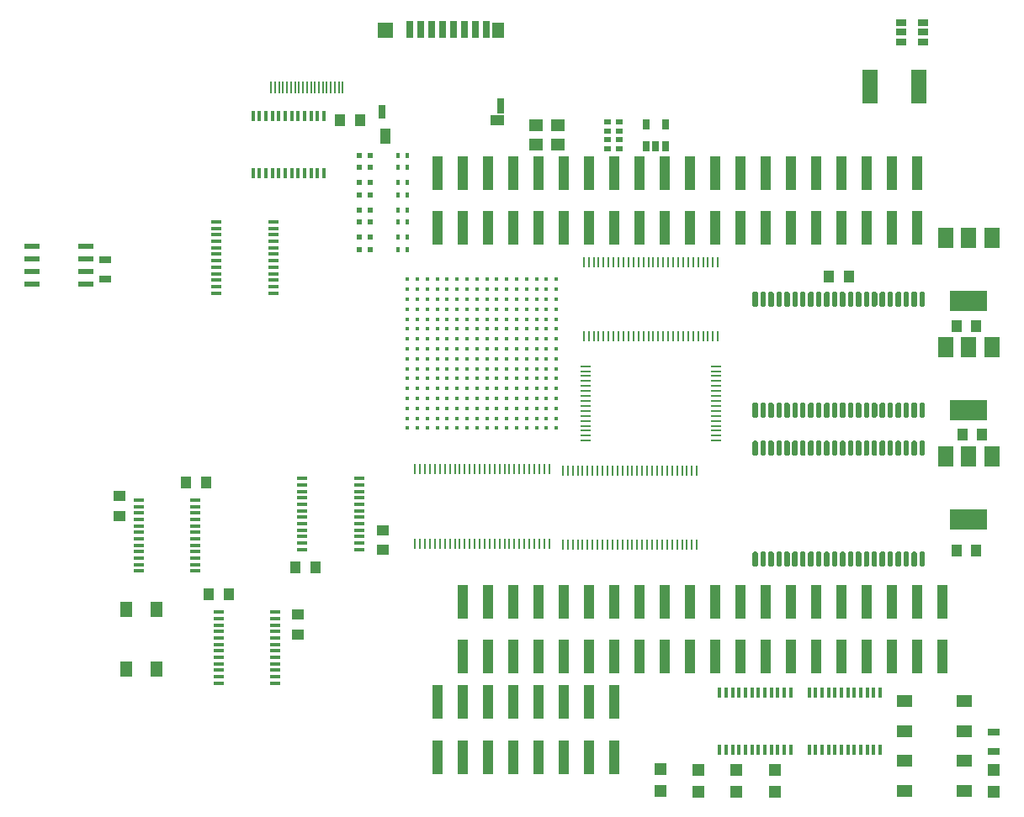
<source format=gtp>
%TF.GenerationSoftware,KiCad,Pcbnew,(5.1.10)-1*%
%TF.CreationDate,2021-08-17T18:14:56+01:00*%
%TF.ProjectId,blit-cpu-mk3,626c6974-2d63-4707-952d-6d6b332e6b69,3.03*%
%TF.SameCoordinates,Original*%
%TF.FileFunction,Paste,Top*%
%TF.FilePolarity,Positive*%
%FSLAX46Y46*%
G04 Gerber Fmt 4.6, Leading zero omitted, Abs format (unit mm)*
G04 Created by KiCad (PCBNEW (5.1.10)-1) date 2021-08-17 18:14:56*
%MOMM*%
%LPD*%
G01*
G04 APERTURE LIST*
%ADD10R,1.000000X3.500000*%
%ADD11R,0.700000X1.750000*%
%ADD12R,1.450000X1.000000*%
%ADD13R,1.000000X1.550000*%
%ADD14R,1.300000X1.500000*%
%ADD15R,1.500000X1.500000*%
%ADD16R,0.800000X1.500000*%
%ADD17R,0.800000X1.400000*%
%ADD18R,0.600000X0.500000*%
%ADD19R,0.400000X0.600000*%
%ADD20R,1.300000X0.700000*%
%ADD21R,1.000000X1.250000*%
%ADD22R,1.250000X1.000000*%
%ADD23C,0.380000*%
%ADD24R,0.230000X1.200000*%
%ADD25R,1.550000X0.600000*%
%ADD26R,1.400000X1.200000*%
%ADD27R,1.500000X1.300000*%
%ADD28R,1.100000X0.250000*%
%ADD29R,0.285000X1.000000*%
%ADD30R,1.200000X1.200000*%
%ADD31R,0.400000X1.100000*%
%ADD32R,1.100000X0.400000*%
%ADD33R,1.500000X2.000000*%
%ADD34R,3.800000X2.000000*%
%ADD35R,0.800000X0.500000*%
%ADD36R,0.650000X1.060000*%
%ADD37R,1.600000X3.500000*%
%ADD38R,1.060000X0.650000*%
G04 APERTURE END LIST*
G36*
G01*
X96635700Y-66770700D02*
X96360700Y-66770700D01*
G75*
G02*
X96223200Y-66633200I0J137500D01*
G01*
X96223200Y-65383200D01*
G75*
G02*
X96360700Y-65245700I137500J0D01*
G01*
X96635700Y-65245700D01*
G75*
G02*
X96773200Y-65383200I0J-137500D01*
G01*
X96773200Y-66633200D01*
G75*
G02*
X96635700Y-66770700I-137500J0D01*
G01*
G37*
G36*
G01*
X97435700Y-66770700D02*
X97160700Y-66770700D01*
G75*
G02*
X97023200Y-66633200I0J137500D01*
G01*
X97023200Y-65383200D01*
G75*
G02*
X97160700Y-65245700I137500J0D01*
G01*
X97435700Y-65245700D01*
G75*
G02*
X97573200Y-65383200I0J-137500D01*
G01*
X97573200Y-66633200D01*
G75*
G02*
X97435700Y-66770700I-137500J0D01*
G01*
G37*
G36*
G01*
X98235700Y-66770700D02*
X97960700Y-66770700D01*
G75*
G02*
X97823200Y-66633200I0J137500D01*
G01*
X97823200Y-65383200D01*
G75*
G02*
X97960700Y-65245700I137500J0D01*
G01*
X98235700Y-65245700D01*
G75*
G02*
X98373200Y-65383200I0J-137500D01*
G01*
X98373200Y-66633200D01*
G75*
G02*
X98235700Y-66770700I-137500J0D01*
G01*
G37*
G36*
G01*
X99035700Y-66770700D02*
X98760700Y-66770700D01*
G75*
G02*
X98623200Y-66633200I0J137500D01*
G01*
X98623200Y-65383200D01*
G75*
G02*
X98760700Y-65245700I137500J0D01*
G01*
X99035700Y-65245700D01*
G75*
G02*
X99173200Y-65383200I0J-137500D01*
G01*
X99173200Y-66633200D01*
G75*
G02*
X99035700Y-66770700I-137500J0D01*
G01*
G37*
G36*
G01*
X99835700Y-66770700D02*
X99560700Y-66770700D01*
G75*
G02*
X99423200Y-66633200I0J137500D01*
G01*
X99423200Y-65383200D01*
G75*
G02*
X99560700Y-65245700I137500J0D01*
G01*
X99835700Y-65245700D01*
G75*
G02*
X99973200Y-65383200I0J-137500D01*
G01*
X99973200Y-66633200D01*
G75*
G02*
X99835700Y-66770700I-137500J0D01*
G01*
G37*
G36*
G01*
X100635700Y-66770700D02*
X100360700Y-66770700D01*
G75*
G02*
X100223200Y-66633200I0J137500D01*
G01*
X100223200Y-65383200D01*
G75*
G02*
X100360700Y-65245700I137500J0D01*
G01*
X100635700Y-65245700D01*
G75*
G02*
X100773200Y-65383200I0J-137500D01*
G01*
X100773200Y-66633200D01*
G75*
G02*
X100635700Y-66770700I-137500J0D01*
G01*
G37*
G36*
G01*
X101435700Y-66770700D02*
X101160700Y-66770700D01*
G75*
G02*
X101023200Y-66633200I0J137500D01*
G01*
X101023200Y-65383200D01*
G75*
G02*
X101160700Y-65245700I137500J0D01*
G01*
X101435700Y-65245700D01*
G75*
G02*
X101573200Y-65383200I0J-137500D01*
G01*
X101573200Y-66633200D01*
G75*
G02*
X101435700Y-66770700I-137500J0D01*
G01*
G37*
G36*
G01*
X102235700Y-66770700D02*
X101960700Y-66770700D01*
G75*
G02*
X101823200Y-66633200I0J137500D01*
G01*
X101823200Y-65383200D01*
G75*
G02*
X101960700Y-65245700I137500J0D01*
G01*
X102235700Y-65245700D01*
G75*
G02*
X102373200Y-65383200I0J-137500D01*
G01*
X102373200Y-66633200D01*
G75*
G02*
X102235700Y-66770700I-137500J0D01*
G01*
G37*
G36*
G01*
X103035700Y-66770700D02*
X102760700Y-66770700D01*
G75*
G02*
X102623200Y-66633200I0J137500D01*
G01*
X102623200Y-65383200D01*
G75*
G02*
X102760700Y-65245700I137500J0D01*
G01*
X103035700Y-65245700D01*
G75*
G02*
X103173200Y-65383200I0J-137500D01*
G01*
X103173200Y-66633200D01*
G75*
G02*
X103035700Y-66770700I-137500J0D01*
G01*
G37*
G36*
G01*
X103835700Y-66770700D02*
X103560700Y-66770700D01*
G75*
G02*
X103423200Y-66633200I0J137500D01*
G01*
X103423200Y-65383200D01*
G75*
G02*
X103560700Y-65245700I137500J0D01*
G01*
X103835700Y-65245700D01*
G75*
G02*
X103973200Y-65383200I0J-137500D01*
G01*
X103973200Y-66633200D01*
G75*
G02*
X103835700Y-66770700I-137500J0D01*
G01*
G37*
G36*
G01*
X104635700Y-66770700D02*
X104360700Y-66770700D01*
G75*
G02*
X104223200Y-66633200I0J137500D01*
G01*
X104223200Y-65383200D01*
G75*
G02*
X104360700Y-65245700I137500J0D01*
G01*
X104635700Y-65245700D01*
G75*
G02*
X104773200Y-65383200I0J-137500D01*
G01*
X104773200Y-66633200D01*
G75*
G02*
X104635700Y-66770700I-137500J0D01*
G01*
G37*
G36*
G01*
X105435700Y-66770700D02*
X105160700Y-66770700D01*
G75*
G02*
X105023200Y-66633200I0J137500D01*
G01*
X105023200Y-65383200D01*
G75*
G02*
X105160700Y-65245700I137500J0D01*
G01*
X105435700Y-65245700D01*
G75*
G02*
X105573200Y-65383200I0J-137500D01*
G01*
X105573200Y-66633200D01*
G75*
G02*
X105435700Y-66770700I-137500J0D01*
G01*
G37*
G36*
G01*
X106235700Y-66770700D02*
X105960700Y-66770700D01*
G75*
G02*
X105823200Y-66633200I0J137500D01*
G01*
X105823200Y-65383200D01*
G75*
G02*
X105960700Y-65245700I137500J0D01*
G01*
X106235700Y-65245700D01*
G75*
G02*
X106373200Y-65383200I0J-137500D01*
G01*
X106373200Y-66633200D01*
G75*
G02*
X106235700Y-66770700I-137500J0D01*
G01*
G37*
G36*
G01*
X107035700Y-66770700D02*
X106760700Y-66770700D01*
G75*
G02*
X106623200Y-66633200I0J137500D01*
G01*
X106623200Y-65383200D01*
G75*
G02*
X106760700Y-65245700I137500J0D01*
G01*
X107035700Y-65245700D01*
G75*
G02*
X107173200Y-65383200I0J-137500D01*
G01*
X107173200Y-66633200D01*
G75*
G02*
X107035700Y-66770700I-137500J0D01*
G01*
G37*
G36*
G01*
X107835700Y-66770700D02*
X107560700Y-66770700D01*
G75*
G02*
X107423200Y-66633200I0J137500D01*
G01*
X107423200Y-65383200D01*
G75*
G02*
X107560700Y-65245700I137500J0D01*
G01*
X107835700Y-65245700D01*
G75*
G02*
X107973200Y-65383200I0J-137500D01*
G01*
X107973200Y-66633200D01*
G75*
G02*
X107835700Y-66770700I-137500J0D01*
G01*
G37*
G36*
G01*
X108635700Y-66770700D02*
X108360700Y-66770700D01*
G75*
G02*
X108223200Y-66633200I0J137500D01*
G01*
X108223200Y-65383200D01*
G75*
G02*
X108360700Y-65245700I137500J0D01*
G01*
X108635700Y-65245700D01*
G75*
G02*
X108773200Y-65383200I0J-137500D01*
G01*
X108773200Y-66633200D01*
G75*
G02*
X108635700Y-66770700I-137500J0D01*
G01*
G37*
G36*
G01*
X109435700Y-66770700D02*
X109160700Y-66770700D01*
G75*
G02*
X109023200Y-66633200I0J137500D01*
G01*
X109023200Y-65383200D01*
G75*
G02*
X109160700Y-65245700I137500J0D01*
G01*
X109435700Y-65245700D01*
G75*
G02*
X109573200Y-65383200I0J-137500D01*
G01*
X109573200Y-66633200D01*
G75*
G02*
X109435700Y-66770700I-137500J0D01*
G01*
G37*
G36*
G01*
X110235700Y-66770700D02*
X109960700Y-66770700D01*
G75*
G02*
X109823200Y-66633200I0J137500D01*
G01*
X109823200Y-65383200D01*
G75*
G02*
X109960700Y-65245700I137500J0D01*
G01*
X110235700Y-65245700D01*
G75*
G02*
X110373200Y-65383200I0J-137500D01*
G01*
X110373200Y-66633200D01*
G75*
G02*
X110235700Y-66770700I-137500J0D01*
G01*
G37*
G36*
G01*
X111035700Y-66770700D02*
X110760700Y-66770700D01*
G75*
G02*
X110623200Y-66633200I0J137500D01*
G01*
X110623200Y-65383200D01*
G75*
G02*
X110760700Y-65245700I137500J0D01*
G01*
X111035700Y-65245700D01*
G75*
G02*
X111173200Y-65383200I0J-137500D01*
G01*
X111173200Y-66633200D01*
G75*
G02*
X111035700Y-66770700I-137500J0D01*
G01*
G37*
G36*
G01*
X111835700Y-66770700D02*
X111560700Y-66770700D01*
G75*
G02*
X111423200Y-66633200I0J137500D01*
G01*
X111423200Y-65383200D01*
G75*
G02*
X111560700Y-65245700I137500J0D01*
G01*
X111835700Y-65245700D01*
G75*
G02*
X111973200Y-65383200I0J-137500D01*
G01*
X111973200Y-66633200D01*
G75*
G02*
X111835700Y-66770700I-137500J0D01*
G01*
G37*
G36*
G01*
X112635700Y-66770700D02*
X112360700Y-66770700D01*
G75*
G02*
X112223200Y-66633200I0J137500D01*
G01*
X112223200Y-65383200D01*
G75*
G02*
X112360700Y-65245700I137500J0D01*
G01*
X112635700Y-65245700D01*
G75*
G02*
X112773200Y-65383200I0J-137500D01*
G01*
X112773200Y-66633200D01*
G75*
G02*
X112635700Y-66770700I-137500J0D01*
G01*
G37*
G36*
G01*
X113435700Y-66770700D02*
X113160700Y-66770700D01*
G75*
G02*
X113023200Y-66633200I0J137500D01*
G01*
X113023200Y-65383200D01*
G75*
G02*
X113160700Y-65245700I137500J0D01*
G01*
X113435700Y-65245700D01*
G75*
G02*
X113573200Y-65383200I0J-137500D01*
G01*
X113573200Y-66633200D01*
G75*
G02*
X113435700Y-66770700I-137500J0D01*
G01*
G37*
G36*
G01*
X113435700Y-77945700D02*
X113160700Y-77945700D01*
G75*
G02*
X113023200Y-77808200I0J137500D01*
G01*
X113023200Y-76558200D01*
G75*
G02*
X113160700Y-76420700I137500J0D01*
G01*
X113435700Y-76420700D01*
G75*
G02*
X113573200Y-76558200I0J-137500D01*
G01*
X113573200Y-77808200D01*
G75*
G02*
X113435700Y-77945700I-137500J0D01*
G01*
G37*
G36*
G01*
X112635700Y-77945700D02*
X112360700Y-77945700D01*
G75*
G02*
X112223200Y-77808200I0J137500D01*
G01*
X112223200Y-76558200D01*
G75*
G02*
X112360700Y-76420700I137500J0D01*
G01*
X112635700Y-76420700D01*
G75*
G02*
X112773200Y-76558200I0J-137500D01*
G01*
X112773200Y-77808200D01*
G75*
G02*
X112635700Y-77945700I-137500J0D01*
G01*
G37*
G36*
G01*
X111835700Y-77945700D02*
X111560700Y-77945700D01*
G75*
G02*
X111423200Y-77808200I0J137500D01*
G01*
X111423200Y-76558200D01*
G75*
G02*
X111560700Y-76420700I137500J0D01*
G01*
X111835700Y-76420700D01*
G75*
G02*
X111973200Y-76558200I0J-137500D01*
G01*
X111973200Y-77808200D01*
G75*
G02*
X111835700Y-77945700I-137500J0D01*
G01*
G37*
G36*
G01*
X111035700Y-77945700D02*
X110760700Y-77945700D01*
G75*
G02*
X110623200Y-77808200I0J137500D01*
G01*
X110623200Y-76558200D01*
G75*
G02*
X110760700Y-76420700I137500J0D01*
G01*
X111035700Y-76420700D01*
G75*
G02*
X111173200Y-76558200I0J-137500D01*
G01*
X111173200Y-77808200D01*
G75*
G02*
X111035700Y-77945700I-137500J0D01*
G01*
G37*
G36*
G01*
X110235700Y-77945700D02*
X109960700Y-77945700D01*
G75*
G02*
X109823200Y-77808200I0J137500D01*
G01*
X109823200Y-76558200D01*
G75*
G02*
X109960700Y-76420700I137500J0D01*
G01*
X110235700Y-76420700D01*
G75*
G02*
X110373200Y-76558200I0J-137500D01*
G01*
X110373200Y-77808200D01*
G75*
G02*
X110235700Y-77945700I-137500J0D01*
G01*
G37*
G36*
G01*
X109435700Y-77945700D02*
X109160700Y-77945700D01*
G75*
G02*
X109023200Y-77808200I0J137500D01*
G01*
X109023200Y-76558200D01*
G75*
G02*
X109160700Y-76420700I137500J0D01*
G01*
X109435700Y-76420700D01*
G75*
G02*
X109573200Y-76558200I0J-137500D01*
G01*
X109573200Y-77808200D01*
G75*
G02*
X109435700Y-77945700I-137500J0D01*
G01*
G37*
G36*
G01*
X108635700Y-77945700D02*
X108360700Y-77945700D01*
G75*
G02*
X108223200Y-77808200I0J137500D01*
G01*
X108223200Y-76558200D01*
G75*
G02*
X108360700Y-76420700I137500J0D01*
G01*
X108635700Y-76420700D01*
G75*
G02*
X108773200Y-76558200I0J-137500D01*
G01*
X108773200Y-77808200D01*
G75*
G02*
X108635700Y-77945700I-137500J0D01*
G01*
G37*
G36*
G01*
X107835700Y-77945700D02*
X107560700Y-77945700D01*
G75*
G02*
X107423200Y-77808200I0J137500D01*
G01*
X107423200Y-76558200D01*
G75*
G02*
X107560700Y-76420700I137500J0D01*
G01*
X107835700Y-76420700D01*
G75*
G02*
X107973200Y-76558200I0J-137500D01*
G01*
X107973200Y-77808200D01*
G75*
G02*
X107835700Y-77945700I-137500J0D01*
G01*
G37*
G36*
G01*
X107035700Y-77945700D02*
X106760700Y-77945700D01*
G75*
G02*
X106623200Y-77808200I0J137500D01*
G01*
X106623200Y-76558200D01*
G75*
G02*
X106760700Y-76420700I137500J0D01*
G01*
X107035700Y-76420700D01*
G75*
G02*
X107173200Y-76558200I0J-137500D01*
G01*
X107173200Y-77808200D01*
G75*
G02*
X107035700Y-77945700I-137500J0D01*
G01*
G37*
G36*
G01*
X106235700Y-77945700D02*
X105960700Y-77945700D01*
G75*
G02*
X105823200Y-77808200I0J137500D01*
G01*
X105823200Y-76558200D01*
G75*
G02*
X105960700Y-76420700I137500J0D01*
G01*
X106235700Y-76420700D01*
G75*
G02*
X106373200Y-76558200I0J-137500D01*
G01*
X106373200Y-77808200D01*
G75*
G02*
X106235700Y-77945700I-137500J0D01*
G01*
G37*
G36*
G01*
X105435700Y-77945700D02*
X105160700Y-77945700D01*
G75*
G02*
X105023200Y-77808200I0J137500D01*
G01*
X105023200Y-76558200D01*
G75*
G02*
X105160700Y-76420700I137500J0D01*
G01*
X105435700Y-76420700D01*
G75*
G02*
X105573200Y-76558200I0J-137500D01*
G01*
X105573200Y-77808200D01*
G75*
G02*
X105435700Y-77945700I-137500J0D01*
G01*
G37*
G36*
G01*
X104635700Y-77945700D02*
X104360700Y-77945700D01*
G75*
G02*
X104223200Y-77808200I0J137500D01*
G01*
X104223200Y-76558200D01*
G75*
G02*
X104360700Y-76420700I137500J0D01*
G01*
X104635700Y-76420700D01*
G75*
G02*
X104773200Y-76558200I0J-137500D01*
G01*
X104773200Y-77808200D01*
G75*
G02*
X104635700Y-77945700I-137500J0D01*
G01*
G37*
G36*
G01*
X103835700Y-77945700D02*
X103560700Y-77945700D01*
G75*
G02*
X103423200Y-77808200I0J137500D01*
G01*
X103423200Y-76558200D01*
G75*
G02*
X103560700Y-76420700I137500J0D01*
G01*
X103835700Y-76420700D01*
G75*
G02*
X103973200Y-76558200I0J-137500D01*
G01*
X103973200Y-77808200D01*
G75*
G02*
X103835700Y-77945700I-137500J0D01*
G01*
G37*
G36*
G01*
X103035700Y-77945700D02*
X102760700Y-77945700D01*
G75*
G02*
X102623200Y-77808200I0J137500D01*
G01*
X102623200Y-76558200D01*
G75*
G02*
X102760700Y-76420700I137500J0D01*
G01*
X103035700Y-76420700D01*
G75*
G02*
X103173200Y-76558200I0J-137500D01*
G01*
X103173200Y-77808200D01*
G75*
G02*
X103035700Y-77945700I-137500J0D01*
G01*
G37*
G36*
G01*
X102235700Y-77945700D02*
X101960700Y-77945700D01*
G75*
G02*
X101823200Y-77808200I0J137500D01*
G01*
X101823200Y-76558200D01*
G75*
G02*
X101960700Y-76420700I137500J0D01*
G01*
X102235700Y-76420700D01*
G75*
G02*
X102373200Y-76558200I0J-137500D01*
G01*
X102373200Y-77808200D01*
G75*
G02*
X102235700Y-77945700I-137500J0D01*
G01*
G37*
G36*
G01*
X101435700Y-77945700D02*
X101160700Y-77945700D01*
G75*
G02*
X101023200Y-77808200I0J137500D01*
G01*
X101023200Y-76558200D01*
G75*
G02*
X101160700Y-76420700I137500J0D01*
G01*
X101435700Y-76420700D01*
G75*
G02*
X101573200Y-76558200I0J-137500D01*
G01*
X101573200Y-77808200D01*
G75*
G02*
X101435700Y-77945700I-137500J0D01*
G01*
G37*
G36*
G01*
X100635700Y-77945700D02*
X100360700Y-77945700D01*
G75*
G02*
X100223200Y-77808200I0J137500D01*
G01*
X100223200Y-76558200D01*
G75*
G02*
X100360700Y-76420700I137500J0D01*
G01*
X100635700Y-76420700D01*
G75*
G02*
X100773200Y-76558200I0J-137500D01*
G01*
X100773200Y-77808200D01*
G75*
G02*
X100635700Y-77945700I-137500J0D01*
G01*
G37*
G36*
G01*
X99835700Y-77945700D02*
X99560700Y-77945700D01*
G75*
G02*
X99423200Y-77808200I0J137500D01*
G01*
X99423200Y-76558200D01*
G75*
G02*
X99560700Y-76420700I137500J0D01*
G01*
X99835700Y-76420700D01*
G75*
G02*
X99973200Y-76558200I0J-137500D01*
G01*
X99973200Y-77808200D01*
G75*
G02*
X99835700Y-77945700I-137500J0D01*
G01*
G37*
G36*
G01*
X99035700Y-77945700D02*
X98760700Y-77945700D01*
G75*
G02*
X98623200Y-77808200I0J137500D01*
G01*
X98623200Y-76558200D01*
G75*
G02*
X98760700Y-76420700I137500J0D01*
G01*
X99035700Y-76420700D01*
G75*
G02*
X99173200Y-76558200I0J-137500D01*
G01*
X99173200Y-77808200D01*
G75*
G02*
X99035700Y-77945700I-137500J0D01*
G01*
G37*
G36*
G01*
X98235700Y-77945700D02*
X97960700Y-77945700D01*
G75*
G02*
X97823200Y-77808200I0J137500D01*
G01*
X97823200Y-76558200D01*
G75*
G02*
X97960700Y-76420700I137500J0D01*
G01*
X98235700Y-76420700D01*
G75*
G02*
X98373200Y-76558200I0J-137500D01*
G01*
X98373200Y-77808200D01*
G75*
G02*
X98235700Y-77945700I-137500J0D01*
G01*
G37*
G36*
G01*
X97435700Y-77945700D02*
X97160700Y-77945700D01*
G75*
G02*
X97023200Y-77808200I0J137500D01*
G01*
X97023200Y-76558200D01*
G75*
G02*
X97160700Y-76420700I137500J0D01*
G01*
X97435700Y-76420700D01*
G75*
G02*
X97573200Y-76558200I0J-137500D01*
G01*
X97573200Y-77808200D01*
G75*
G02*
X97435700Y-77945700I-137500J0D01*
G01*
G37*
G36*
G01*
X96635700Y-77945700D02*
X96360700Y-77945700D01*
G75*
G02*
X96223200Y-77808200I0J137500D01*
G01*
X96223200Y-76558200D01*
G75*
G02*
X96360700Y-76420700I137500J0D01*
G01*
X96635700Y-76420700D01*
G75*
G02*
X96773200Y-76558200I0J-137500D01*
G01*
X96773200Y-77808200D01*
G75*
G02*
X96635700Y-77945700I-137500J0D01*
G01*
G37*
D10*
X82325000Y-91595000D03*
X82325000Y-97135000D03*
X79785000Y-91595000D03*
X79785000Y-97135000D03*
X77245000Y-91595000D03*
X77245000Y-97135000D03*
X74705000Y-91595000D03*
X74705000Y-97135000D03*
X72165000Y-91595000D03*
X72165000Y-97135000D03*
X69625000Y-91595000D03*
X69625000Y-97135000D03*
X67085000Y-91595000D03*
X67085000Y-97135000D03*
X64545000Y-91595000D03*
X64545000Y-97135000D03*
X67085000Y-86990000D03*
X67085000Y-81450000D03*
X69625000Y-86990000D03*
X69625000Y-81450000D03*
X72165000Y-86990000D03*
X72165000Y-81450000D03*
X74705000Y-86990000D03*
X74705000Y-81450000D03*
X77245000Y-86990000D03*
X77245000Y-81450000D03*
X79785000Y-86990000D03*
X79785000Y-81450000D03*
X82325000Y-86990000D03*
X82325000Y-81450000D03*
X84865000Y-86990000D03*
X84865000Y-81450000D03*
X87405000Y-86990000D03*
X87405000Y-81450000D03*
X89945000Y-86990000D03*
X89945000Y-81450000D03*
X92485000Y-86990000D03*
X92485000Y-81450000D03*
X95025000Y-86990000D03*
X95025000Y-81450000D03*
X97565000Y-86990000D03*
X97565000Y-81450000D03*
X100105000Y-86990000D03*
X100105000Y-81450000D03*
X102645000Y-86990000D03*
X102645000Y-81450000D03*
X105185000Y-86990000D03*
X105185000Y-81450000D03*
X107725000Y-86990000D03*
X107725000Y-81450000D03*
X110265000Y-86990000D03*
X110265000Y-81450000D03*
X112805000Y-86990000D03*
X112805000Y-81450000D03*
X115345000Y-86990000D03*
X115345000Y-81450000D03*
X64545000Y-38270000D03*
X64545000Y-43810000D03*
X67085000Y-38270000D03*
X67085000Y-43810000D03*
X69625000Y-38270000D03*
X69625000Y-43810000D03*
X72165000Y-38270000D03*
X72165000Y-43810000D03*
X74705000Y-38270000D03*
X74705000Y-43810000D03*
X77245000Y-38270000D03*
X77245000Y-43810000D03*
X79785000Y-38270000D03*
X79785000Y-43810000D03*
X82325000Y-38270000D03*
X82325000Y-43810000D03*
X84865000Y-38270000D03*
X84865000Y-43810000D03*
X87405000Y-38270000D03*
X87405000Y-43810000D03*
X89945000Y-38270000D03*
X89945000Y-43810000D03*
X92485000Y-38270000D03*
X92485000Y-43810000D03*
X95025000Y-38270000D03*
X95025000Y-43810000D03*
X97565000Y-38270000D03*
X97565000Y-43810000D03*
X100105000Y-38270000D03*
X100105000Y-43810000D03*
X102645000Y-38270000D03*
X102645000Y-43810000D03*
X105185000Y-38270000D03*
X105185000Y-43810000D03*
X107725000Y-38270000D03*
X107725000Y-43810000D03*
X110265000Y-38270000D03*
X110265000Y-43810000D03*
X112805000Y-38270000D03*
X112805000Y-43810000D03*
D11*
X69422000Y-23786500D03*
X68322000Y-23786500D03*
X67222000Y-23786500D03*
X66122000Y-23786500D03*
X65022000Y-23786500D03*
X63922000Y-23786500D03*
X62822000Y-23786500D03*
X61722000Y-23786500D03*
D12*
X70547000Y-33011500D03*
D13*
X59322000Y-34586500D03*
D14*
X70622000Y-23911500D03*
D15*
X59272000Y-23911500D03*
D16*
X70872000Y-31511500D03*
D17*
X58922000Y-32161500D03*
D18*
X57800000Y-44750000D03*
X56700000Y-44750000D03*
D14*
X36250000Y-82250000D03*
X36250000Y-88250000D03*
X33250000Y-88250000D03*
X33250000Y-82250000D03*
D19*
X61450000Y-36500000D03*
X60550000Y-36500000D03*
X61450000Y-37750000D03*
X60550000Y-37750000D03*
X61450000Y-39250000D03*
X60550000Y-39250000D03*
X61450000Y-40500000D03*
X60550000Y-40500000D03*
X60550000Y-42000000D03*
X61450000Y-42000000D03*
X60550000Y-43250000D03*
X61450000Y-43250000D03*
X60550000Y-44750000D03*
X61450000Y-44750000D03*
X60550000Y-46000000D03*
X61450000Y-46000000D03*
D20*
X31120000Y-47050000D03*
X31120000Y-48950000D03*
X120500000Y-96550000D03*
X120500000Y-94650000D03*
D18*
X57763500Y-36500000D03*
X56663500Y-36500000D03*
X57800000Y-37750000D03*
X56700000Y-37750000D03*
X57800000Y-39250000D03*
X56700000Y-39250000D03*
X57800000Y-40500000D03*
X56700000Y-40500000D03*
X57800000Y-42000000D03*
X56700000Y-42000000D03*
X57800000Y-43250000D03*
X56700000Y-43250000D03*
X57800000Y-46000000D03*
X56700000Y-46000000D03*
D21*
X56750000Y-33000000D03*
X54750000Y-33000000D03*
X43500000Y-80750000D03*
X41500000Y-80750000D03*
D22*
X59000000Y-74250000D03*
X59000000Y-76250000D03*
X32500000Y-72850000D03*
X32500000Y-70850000D03*
X50500000Y-84750000D03*
X50500000Y-82750000D03*
D21*
X52250000Y-78000000D03*
X50250000Y-78000000D03*
X39250000Y-69500000D03*
X41250000Y-69500000D03*
X103920000Y-48750000D03*
X105920000Y-48750000D03*
D23*
X76500000Y-64000000D03*
X76500000Y-63000000D03*
X76500000Y-62000000D03*
X76500000Y-61000000D03*
X76500000Y-60000000D03*
X76500000Y-59000000D03*
X76500000Y-58000000D03*
X76500000Y-57000000D03*
X76500000Y-56000000D03*
X76500000Y-55000000D03*
X76500000Y-54000000D03*
X76500000Y-53000000D03*
X76500000Y-52000000D03*
X76500000Y-51000000D03*
X76500000Y-50000000D03*
X76500000Y-49000000D03*
X75500000Y-64000000D03*
X75500000Y-63000000D03*
X75500000Y-62000000D03*
X75500000Y-61000000D03*
X75500000Y-60000000D03*
X75500000Y-59000000D03*
X75500000Y-58000000D03*
X75500000Y-57000000D03*
X75500000Y-56000000D03*
X75500000Y-55000000D03*
X75500000Y-54000000D03*
X75500000Y-53000000D03*
X75500000Y-52000000D03*
X75500000Y-51000000D03*
X75500000Y-50000000D03*
X75500000Y-49000000D03*
X74500000Y-64000000D03*
X74500000Y-63000000D03*
X74500000Y-62000000D03*
X74500000Y-61000000D03*
X74500000Y-60000000D03*
X74500000Y-59000000D03*
X74500000Y-58000000D03*
X74500000Y-57000000D03*
X74500000Y-56000000D03*
X74500000Y-55000000D03*
X74500000Y-54000000D03*
X74500000Y-53000000D03*
X74500000Y-52000000D03*
X74500000Y-51000000D03*
X74500000Y-50000000D03*
X74500000Y-49000000D03*
X73500000Y-64000000D03*
X73500000Y-63000000D03*
X73500000Y-62000000D03*
X73500000Y-61000000D03*
X73500000Y-60000000D03*
X73500000Y-59000000D03*
X73500000Y-58000000D03*
X73500000Y-57000000D03*
X73500000Y-56000000D03*
X73500000Y-55000000D03*
X73500000Y-54000000D03*
X73500000Y-53000000D03*
X73500000Y-52000000D03*
X73500000Y-51000000D03*
X73500000Y-50000000D03*
X73500000Y-49000000D03*
X72500000Y-64000000D03*
X72500000Y-63000000D03*
X72500000Y-62000000D03*
X72500000Y-61000000D03*
X72500000Y-60000000D03*
X72500000Y-59000000D03*
X72500000Y-58000000D03*
X72500000Y-57000000D03*
X72500000Y-56000000D03*
X72500000Y-55000000D03*
X72500000Y-54000000D03*
X72500000Y-53000000D03*
X72500000Y-52000000D03*
X72500000Y-51000000D03*
X72500000Y-50000000D03*
X72500000Y-49000000D03*
X71500000Y-64000000D03*
X71500000Y-63000000D03*
X71500000Y-62000000D03*
X71500000Y-61000000D03*
X71500000Y-60000000D03*
X71500000Y-59000000D03*
X71500000Y-58000000D03*
X71500000Y-57000000D03*
X71500000Y-56000000D03*
X71500000Y-55000000D03*
X71500000Y-54000000D03*
X71500000Y-53000000D03*
X71500000Y-52000000D03*
X71500000Y-51000000D03*
X71500000Y-50000000D03*
X71500000Y-49000000D03*
X70500000Y-64000000D03*
X70500000Y-63000000D03*
X70500000Y-62000000D03*
X70500000Y-61000000D03*
X70500000Y-60000000D03*
X70500000Y-59000000D03*
X70500000Y-58000000D03*
X70500000Y-57000000D03*
X70500000Y-56000000D03*
X70500000Y-55000000D03*
X70500000Y-54000000D03*
X70500000Y-53000000D03*
X70500000Y-52000000D03*
X70500000Y-51000000D03*
X70500000Y-50000000D03*
X70500000Y-49000000D03*
X69500000Y-64000000D03*
X69500000Y-63000000D03*
X69500000Y-62000000D03*
X69500000Y-61000000D03*
X69500000Y-60000000D03*
X69500000Y-59000000D03*
X69500000Y-58000000D03*
X69500000Y-57000000D03*
X69500000Y-56000000D03*
X69500000Y-55000000D03*
X69500000Y-54000000D03*
X69500000Y-53000000D03*
X69500000Y-52000000D03*
X69500000Y-51000000D03*
X69500000Y-50000000D03*
X69500000Y-49000000D03*
X68500000Y-64000000D03*
X68500000Y-63000000D03*
X68500000Y-62000000D03*
X68500000Y-61000000D03*
X68500000Y-60000000D03*
X68500000Y-59000000D03*
X68500000Y-58000000D03*
X68500000Y-57000000D03*
X68500000Y-56000000D03*
X68500000Y-55000000D03*
X68500000Y-54000000D03*
X68500000Y-53000000D03*
X68500000Y-52000000D03*
X68500000Y-51000000D03*
X68500000Y-50000000D03*
X68500000Y-49000000D03*
X67500000Y-64000000D03*
X67500000Y-63000000D03*
X67500000Y-62000000D03*
X67500000Y-61000000D03*
X67500000Y-60000000D03*
X67500000Y-59000000D03*
X67500000Y-58000000D03*
X67500000Y-57000000D03*
X67500000Y-56000000D03*
X67500000Y-55000000D03*
X67500000Y-54000000D03*
X67500000Y-53000000D03*
X67500000Y-52000000D03*
X67500000Y-51000000D03*
X67500000Y-50000000D03*
X67500000Y-49000000D03*
X66500000Y-64000000D03*
X66500000Y-63000000D03*
X66500000Y-62000000D03*
X66500000Y-61000000D03*
X66500000Y-60000000D03*
X66500000Y-59000000D03*
X66500000Y-58000000D03*
X66500000Y-57000000D03*
X66500000Y-56000000D03*
X66500000Y-55000000D03*
X66500000Y-54000000D03*
X66500000Y-53000000D03*
X66500000Y-52000000D03*
X66500000Y-51000000D03*
X66500000Y-50000000D03*
X66500000Y-49000000D03*
X65500000Y-64000000D03*
X65500000Y-63000000D03*
X65500000Y-62000000D03*
X65500000Y-61000000D03*
X65500000Y-60000000D03*
X65500000Y-59000000D03*
X65500000Y-58000000D03*
X65500000Y-57000000D03*
X65500000Y-56000000D03*
X65500000Y-55000000D03*
X65500000Y-54000000D03*
X65500000Y-53000000D03*
X65500000Y-52000000D03*
X65500000Y-51000000D03*
X65500000Y-50000000D03*
X65500000Y-49000000D03*
X64500000Y-64000000D03*
X64500000Y-63000000D03*
X64500000Y-62000000D03*
X64500000Y-61000000D03*
X64500000Y-60000000D03*
X64500000Y-59000000D03*
X64500000Y-58000000D03*
X64500000Y-57000000D03*
X64500000Y-56000000D03*
X64500000Y-55000000D03*
X64500000Y-54000000D03*
X64500000Y-53000000D03*
X64500000Y-52000000D03*
X64500000Y-51000000D03*
X64500000Y-50000000D03*
X64500000Y-49000000D03*
X63500000Y-64000000D03*
X63500000Y-63000000D03*
X63500000Y-62000000D03*
X63500000Y-61000000D03*
X63500000Y-60000000D03*
X63500000Y-59000000D03*
X63500000Y-58000000D03*
X63500000Y-57000000D03*
X63500000Y-56000000D03*
X63500000Y-55000000D03*
X63500000Y-54000000D03*
X63500000Y-53000000D03*
X63500000Y-52000000D03*
X63500000Y-51000000D03*
X63500000Y-50000000D03*
X63500000Y-49000000D03*
X62500000Y-64000000D03*
X62500000Y-63000000D03*
X62500000Y-62000000D03*
X62500000Y-61000000D03*
X62500000Y-60000000D03*
X62500000Y-59000000D03*
X62500000Y-58000000D03*
X62500000Y-57000000D03*
X62500000Y-56000000D03*
X62500000Y-55000000D03*
X62500000Y-54000000D03*
X62500000Y-53000000D03*
X62500000Y-52000000D03*
X62500000Y-51000000D03*
X62500000Y-50000000D03*
X62500000Y-49000000D03*
X61500000Y-64000000D03*
X61500000Y-63000000D03*
X61500000Y-62000000D03*
X61500000Y-61000000D03*
X61500000Y-60000000D03*
X61500000Y-59000000D03*
X61500000Y-58000000D03*
X61500000Y-57000000D03*
X61500000Y-56000000D03*
X61500000Y-55000000D03*
X61500000Y-54000000D03*
X61500000Y-53000000D03*
X61500000Y-52000000D03*
X61500000Y-51000000D03*
X61500000Y-50000000D03*
X61500000Y-49000000D03*
D24*
X55000000Y-29700000D03*
X54600000Y-29700000D03*
X54200000Y-29700000D03*
X53800000Y-29700000D03*
X53400000Y-29700000D03*
X53000000Y-29700000D03*
X52600000Y-29700000D03*
X52200000Y-29700000D03*
X51800000Y-29700000D03*
X47800000Y-29700000D03*
X48200000Y-29700000D03*
X48600000Y-29700000D03*
X49000000Y-29700000D03*
X49400000Y-29700000D03*
X49800000Y-29700000D03*
X50200000Y-29700000D03*
X50600000Y-29700000D03*
X51000000Y-29700000D03*
X51400000Y-29700000D03*
D25*
X29140000Y-45645000D03*
X29140000Y-46915000D03*
X29140000Y-48185000D03*
X29140000Y-49455000D03*
X23740000Y-49455000D03*
X23740000Y-48185000D03*
X23740000Y-46915000D03*
X23740000Y-45645000D03*
D21*
X116740000Y-53710000D03*
X118740000Y-53710000D03*
D26*
X76650000Y-33520000D03*
X74450000Y-33520000D03*
X74450000Y-35420000D03*
X76650000Y-35420000D03*
G36*
G01*
X96637500Y-51775000D02*
X96362500Y-51775000D01*
G75*
G02*
X96225000Y-51637500I0J137500D01*
G01*
X96225000Y-50387500D01*
G75*
G02*
X96362500Y-50250000I137500J0D01*
G01*
X96637500Y-50250000D01*
G75*
G02*
X96775000Y-50387500I0J-137500D01*
G01*
X96775000Y-51637500D01*
G75*
G02*
X96637500Y-51775000I-137500J0D01*
G01*
G37*
G36*
G01*
X97437500Y-51775000D02*
X97162500Y-51775000D01*
G75*
G02*
X97025000Y-51637500I0J137500D01*
G01*
X97025000Y-50387500D01*
G75*
G02*
X97162500Y-50250000I137500J0D01*
G01*
X97437500Y-50250000D01*
G75*
G02*
X97575000Y-50387500I0J-137500D01*
G01*
X97575000Y-51637500D01*
G75*
G02*
X97437500Y-51775000I-137500J0D01*
G01*
G37*
G36*
G01*
X98237500Y-51775000D02*
X97962500Y-51775000D01*
G75*
G02*
X97825000Y-51637500I0J137500D01*
G01*
X97825000Y-50387500D01*
G75*
G02*
X97962500Y-50250000I137500J0D01*
G01*
X98237500Y-50250000D01*
G75*
G02*
X98375000Y-50387500I0J-137500D01*
G01*
X98375000Y-51637500D01*
G75*
G02*
X98237500Y-51775000I-137500J0D01*
G01*
G37*
G36*
G01*
X99037500Y-51775000D02*
X98762500Y-51775000D01*
G75*
G02*
X98625000Y-51637500I0J137500D01*
G01*
X98625000Y-50387500D01*
G75*
G02*
X98762500Y-50250000I137500J0D01*
G01*
X99037500Y-50250000D01*
G75*
G02*
X99175000Y-50387500I0J-137500D01*
G01*
X99175000Y-51637500D01*
G75*
G02*
X99037500Y-51775000I-137500J0D01*
G01*
G37*
G36*
G01*
X99837500Y-51775000D02*
X99562500Y-51775000D01*
G75*
G02*
X99425000Y-51637500I0J137500D01*
G01*
X99425000Y-50387500D01*
G75*
G02*
X99562500Y-50250000I137500J0D01*
G01*
X99837500Y-50250000D01*
G75*
G02*
X99975000Y-50387500I0J-137500D01*
G01*
X99975000Y-51637500D01*
G75*
G02*
X99837500Y-51775000I-137500J0D01*
G01*
G37*
G36*
G01*
X100637500Y-51775000D02*
X100362500Y-51775000D01*
G75*
G02*
X100225000Y-51637500I0J137500D01*
G01*
X100225000Y-50387500D01*
G75*
G02*
X100362500Y-50250000I137500J0D01*
G01*
X100637500Y-50250000D01*
G75*
G02*
X100775000Y-50387500I0J-137500D01*
G01*
X100775000Y-51637500D01*
G75*
G02*
X100637500Y-51775000I-137500J0D01*
G01*
G37*
G36*
G01*
X101437500Y-51775000D02*
X101162500Y-51775000D01*
G75*
G02*
X101025000Y-51637500I0J137500D01*
G01*
X101025000Y-50387500D01*
G75*
G02*
X101162500Y-50250000I137500J0D01*
G01*
X101437500Y-50250000D01*
G75*
G02*
X101575000Y-50387500I0J-137500D01*
G01*
X101575000Y-51637500D01*
G75*
G02*
X101437500Y-51775000I-137500J0D01*
G01*
G37*
G36*
G01*
X102237500Y-51775000D02*
X101962500Y-51775000D01*
G75*
G02*
X101825000Y-51637500I0J137500D01*
G01*
X101825000Y-50387500D01*
G75*
G02*
X101962500Y-50250000I137500J0D01*
G01*
X102237500Y-50250000D01*
G75*
G02*
X102375000Y-50387500I0J-137500D01*
G01*
X102375000Y-51637500D01*
G75*
G02*
X102237500Y-51775000I-137500J0D01*
G01*
G37*
G36*
G01*
X103037500Y-51775000D02*
X102762500Y-51775000D01*
G75*
G02*
X102625000Y-51637500I0J137500D01*
G01*
X102625000Y-50387500D01*
G75*
G02*
X102762500Y-50250000I137500J0D01*
G01*
X103037500Y-50250000D01*
G75*
G02*
X103175000Y-50387500I0J-137500D01*
G01*
X103175000Y-51637500D01*
G75*
G02*
X103037500Y-51775000I-137500J0D01*
G01*
G37*
G36*
G01*
X103837500Y-51775000D02*
X103562500Y-51775000D01*
G75*
G02*
X103425000Y-51637500I0J137500D01*
G01*
X103425000Y-50387500D01*
G75*
G02*
X103562500Y-50250000I137500J0D01*
G01*
X103837500Y-50250000D01*
G75*
G02*
X103975000Y-50387500I0J-137500D01*
G01*
X103975000Y-51637500D01*
G75*
G02*
X103837500Y-51775000I-137500J0D01*
G01*
G37*
G36*
G01*
X104637500Y-51775000D02*
X104362500Y-51775000D01*
G75*
G02*
X104225000Y-51637500I0J137500D01*
G01*
X104225000Y-50387500D01*
G75*
G02*
X104362500Y-50250000I137500J0D01*
G01*
X104637500Y-50250000D01*
G75*
G02*
X104775000Y-50387500I0J-137500D01*
G01*
X104775000Y-51637500D01*
G75*
G02*
X104637500Y-51775000I-137500J0D01*
G01*
G37*
G36*
G01*
X105437500Y-51775000D02*
X105162500Y-51775000D01*
G75*
G02*
X105025000Y-51637500I0J137500D01*
G01*
X105025000Y-50387500D01*
G75*
G02*
X105162500Y-50250000I137500J0D01*
G01*
X105437500Y-50250000D01*
G75*
G02*
X105575000Y-50387500I0J-137500D01*
G01*
X105575000Y-51637500D01*
G75*
G02*
X105437500Y-51775000I-137500J0D01*
G01*
G37*
G36*
G01*
X106237500Y-51775000D02*
X105962500Y-51775000D01*
G75*
G02*
X105825000Y-51637500I0J137500D01*
G01*
X105825000Y-50387500D01*
G75*
G02*
X105962500Y-50250000I137500J0D01*
G01*
X106237500Y-50250000D01*
G75*
G02*
X106375000Y-50387500I0J-137500D01*
G01*
X106375000Y-51637500D01*
G75*
G02*
X106237500Y-51775000I-137500J0D01*
G01*
G37*
G36*
G01*
X107037500Y-51775000D02*
X106762500Y-51775000D01*
G75*
G02*
X106625000Y-51637500I0J137500D01*
G01*
X106625000Y-50387500D01*
G75*
G02*
X106762500Y-50250000I137500J0D01*
G01*
X107037500Y-50250000D01*
G75*
G02*
X107175000Y-50387500I0J-137500D01*
G01*
X107175000Y-51637500D01*
G75*
G02*
X107037500Y-51775000I-137500J0D01*
G01*
G37*
G36*
G01*
X107837500Y-51775000D02*
X107562500Y-51775000D01*
G75*
G02*
X107425000Y-51637500I0J137500D01*
G01*
X107425000Y-50387500D01*
G75*
G02*
X107562500Y-50250000I137500J0D01*
G01*
X107837500Y-50250000D01*
G75*
G02*
X107975000Y-50387500I0J-137500D01*
G01*
X107975000Y-51637500D01*
G75*
G02*
X107837500Y-51775000I-137500J0D01*
G01*
G37*
G36*
G01*
X108637500Y-51775000D02*
X108362500Y-51775000D01*
G75*
G02*
X108225000Y-51637500I0J137500D01*
G01*
X108225000Y-50387500D01*
G75*
G02*
X108362500Y-50250000I137500J0D01*
G01*
X108637500Y-50250000D01*
G75*
G02*
X108775000Y-50387500I0J-137500D01*
G01*
X108775000Y-51637500D01*
G75*
G02*
X108637500Y-51775000I-137500J0D01*
G01*
G37*
G36*
G01*
X109437500Y-51775000D02*
X109162500Y-51775000D01*
G75*
G02*
X109025000Y-51637500I0J137500D01*
G01*
X109025000Y-50387500D01*
G75*
G02*
X109162500Y-50250000I137500J0D01*
G01*
X109437500Y-50250000D01*
G75*
G02*
X109575000Y-50387500I0J-137500D01*
G01*
X109575000Y-51637500D01*
G75*
G02*
X109437500Y-51775000I-137500J0D01*
G01*
G37*
G36*
G01*
X110237500Y-51775000D02*
X109962500Y-51775000D01*
G75*
G02*
X109825000Y-51637500I0J137500D01*
G01*
X109825000Y-50387500D01*
G75*
G02*
X109962500Y-50250000I137500J0D01*
G01*
X110237500Y-50250000D01*
G75*
G02*
X110375000Y-50387500I0J-137500D01*
G01*
X110375000Y-51637500D01*
G75*
G02*
X110237500Y-51775000I-137500J0D01*
G01*
G37*
G36*
G01*
X111037500Y-51775000D02*
X110762500Y-51775000D01*
G75*
G02*
X110625000Y-51637500I0J137500D01*
G01*
X110625000Y-50387500D01*
G75*
G02*
X110762500Y-50250000I137500J0D01*
G01*
X111037500Y-50250000D01*
G75*
G02*
X111175000Y-50387500I0J-137500D01*
G01*
X111175000Y-51637500D01*
G75*
G02*
X111037500Y-51775000I-137500J0D01*
G01*
G37*
G36*
G01*
X111837500Y-51775000D02*
X111562500Y-51775000D01*
G75*
G02*
X111425000Y-51637500I0J137500D01*
G01*
X111425000Y-50387500D01*
G75*
G02*
X111562500Y-50250000I137500J0D01*
G01*
X111837500Y-50250000D01*
G75*
G02*
X111975000Y-50387500I0J-137500D01*
G01*
X111975000Y-51637500D01*
G75*
G02*
X111837500Y-51775000I-137500J0D01*
G01*
G37*
G36*
G01*
X112637500Y-51775000D02*
X112362500Y-51775000D01*
G75*
G02*
X112225000Y-51637500I0J137500D01*
G01*
X112225000Y-50387500D01*
G75*
G02*
X112362500Y-50250000I137500J0D01*
G01*
X112637500Y-50250000D01*
G75*
G02*
X112775000Y-50387500I0J-137500D01*
G01*
X112775000Y-51637500D01*
G75*
G02*
X112637500Y-51775000I-137500J0D01*
G01*
G37*
G36*
G01*
X113437500Y-51775000D02*
X113162500Y-51775000D01*
G75*
G02*
X113025000Y-51637500I0J137500D01*
G01*
X113025000Y-50387500D01*
G75*
G02*
X113162500Y-50250000I137500J0D01*
G01*
X113437500Y-50250000D01*
G75*
G02*
X113575000Y-50387500I0J-137500D01*
G01*
X113575000Y-51637500D01*
G75*
G02*
X113437500Y-51775000I-137500J0D01*
G01*
G37*
G36*
G01*
X113437500Y-62950000D02*
X113162500Y-62950000D01*
G75*
G02*
X113025000Y-62812500I0J137500D01*
G01*
X113025000Y-61562500D01*
G75*
G02*
X113162500Y-61425000I137500J0D01*
G01*
X113437500Y-61425000D01*
G75*
G02*
X113575000Y-61562500I0J-137500D01*
G01*
X113575000Y-62812500D01*
G75*
G02*
X113437500Y-62950000I-137500J0D01*
G01*
G37*
G36*
G01*
X112637500Y-62950000D02*
X112362500Y-62950000D01*
G75*
G02*
X112225000Y-62812500I0J137500D01*
G01*
X112225000Y-61562500D01*
G75*
G02*
X112362500Y-61425000I137500J0D01*
G01*
X112637500Y-61425000D01*
G75*
G02*
X112775000Y-61562500I0J-137500D01*
G01*
X112775000Y-62812500D01*
G75*
G02*
X112637500Y-62950000I-137500J0D01*
G01*
G37*
G36*
G01*
X111837500Y-62950000D02*
X111562500Y-62950000D01*
G75*
G02*
X111425000Y-62812500I0J137500D01*
G01*
X111425000Y-61562500D01*
G75*
G02*
X111562500Y-61425000I137500J0D01*
G01*
X111837500Y-61425000D01*
G75*
G02*
X111975000Y-61562500I0J-137500D01*
G01*
X111975000Y-62812500D01*
G75*
G02*
X111837500Y-62950000I-137500J0D01*
G01*
G37*
G36*
G01*
X111037500Y-62950000D02*
X110762500Y-62950000D01*
G75*
G02*
X110625000Y-62812500I0J137500D01*
G01*
X110625000Y-61562500D01*
G75*
G02*
X110762500Y-61425000I137500J0D01*
G01*
X111037500Y-61425000D01*
G75*
G02*
X111175000Y-61562500I0J-137500D01*
G01*
X111175000Y-62812500D01*
G75*
G02*
X111037500Y-62950000I-137500J0D01*
G01*
G37*
G36*
G01*
X110237500Y-62950000D02*
X109962500Y-62950000D01*
G75*
G02*
X109825000Y-62812500I0J137500D01*
G01*
X109825000Y-61562500D01*
G75*
G02*
X109962500Y-61425000I137500J0D01*
G01*
X110237500Y-61425000D01*
G75*
G02*
X110375000Y-61562500I0J-137500D01*
G01*
X110375000Y-62812500D01*
G75*
G02*
X110237500Y-62950000I-137500J0D01*
G01*
G37*
G36*
G01*
X109437500Y-62950000D02*
X109162500Y-62950000D01*
G75*
G02*
X109025000Y-62812500I0J137500D01*
G01*
X109025000Y-61562500D01*
G75*
G02*
X109162500Y-61425000I137500J0D01*
G01*
X109437500Y-61425000D01*
G75*
G02*
X109575000Y-61562500I0J-137500D01*
G01*
X109575000Y-62812500D01*
G75*
G02*
X109437500Y-62950000I-137500J0D01*
G01*
G37*
G36*
G01*
X108637500Y-62950000D02*
X108362500Y-62950000D01*
G75*
G02*
X108225000Y-62812500I0J137500D01*
G01*
X108225000Y-61562500D01*
G75*
G02*
X108362500Y-61425000I137500J0D01*
G01*
X108637500Y-61425000D01*
G75*
G02*
X108775000Y-61562500I0J-137500D01*
G01*
X108775000Y-62812500D01*
G75*
G02*
X108637500Y-62950000I-137500J0D01*
G01*
G37*
G36*
G01*
X107837500Y-62950000D02*
X107562500Y-62950000D01*
G75*
G02*
X107425000Y-62812500I0J137500D01*
G01*
X107425000Y-61562500D01*
G75*
G02*
X107562500Y-61425000I137500J0D01*
G01*
X107837500Y-61425000D01*
G75*
G02*
X107975000Y-61562500I0J-137500D01*
G01*
X107975000Y-62812500D01*
G75*
G02*
X107837500Y-62950000I-137500J0D01*
G01*
G37*
G36*
G01*
X107037500Y-62950000D02*
X106762500Y-62950000D01*
G75*
G02*
X106625000Y-62812500I0J137500D01*
G01*
X106625000Y-61562500D01*
G75*
G02*
X106762500Y-61425000I137500J0D01*
G01*
X107037500Y-61425000D01*
G75*
G02*
X107175000Y-61562500I0J-137500D01*
G01*
X107175000Y-62812500D01*
G75*
G02*
X107037500Y-62950000I-137500J0D01*
G01*
G37*
G36*
G01*
X106237500Y-62950000D02*
X105962500Y-62950000D01*
G75*
G02*
X105825000Y-62812500I0J137500D01*
G01*
X105825000Y-61562500D01*
G75*
G02*
X105962500Y-61425000I137500J0D01*
G01*
X106237500Y-61425000D01*
G75*
G02*
X106375000Y-61562500I0J-137500D01*
G01*
X106375000Y-62812500D01*
G75*
G02*
X106237500Y-62950000I-137500J0D01*
G01*
G37*
G36*
G01*
X105437500Y-62950000D02*
X105162500Y-62950000D01*
G75*
G02*
X105025000Y-62812500I0J137500D01*
G01*
X105025000Y-61562500D01*
G75*
G02*
X105162500Y-61425000I137500J0D01*
G01*
X105437500Y-61425000D01*
G75*
G02*
X105575000Y-61562500I0J-137500D01*
G01*
X105575000Y-62812500D01*
G75*
G02*
X105437500Y-62950000I-137500J0D01*
G01*
G37*
G36*
G01*
X104637500Y-62950000D02*
X104362500Y-62950000D01*
G75*
G02*
X104225000Y-62812500I0J137500D01*
G01*
X104225000Y-61562500D01*
G75*
G02*
X104362500Y-61425000I137500J0D01*
G01*
X104637500Y-61425000D01*
G75*
G02*
X104775000Y-61562500I0J-137500D01*
G01*
X104775000Y-62812500D01*
G75*
G02*
X104637500Y-62950000I-137500J0D01*
G01*
G37*
G36*
G01*
X103837500Y-62950000D02*
X103562500Y-62950000D01*
G75*
G02*
X103425000Y-62812500I0J137500D01*
G01*
X103425000Y-61562500D01*
G75*
G02*
X103562500Y-61425000I137500J0D01*
G01*
X103837500Y-61425000D01*
G75*
G02*
X103975000Y-61562500I0J-137500D01*
G01*
X103975000Y-62812500D01*
G75*
G02*
X103837500Y-62950000I-137500J0D01*
G01*
G37*
G36*
G01*
X103037500Y-62950000D02*
X102762500Y-62950000D01*
G75*
G02*
X102625000Y-62812500I0J137500D01*
G01*
X102625000Y-61562500D01*
G75*
G02*
X102762500Y-61425000I137500J0D01*
G01*
X103037500Y-61425000D01*
G75*
G02*
X103175000Y-61562500I0J-137500D01*
G01*
X103175000Y-62812500D01*
G75*
G02*
X103037500Y-62950000I-137500J0D01*
G01*
G37*
G36*
G01*
X102237500Y-62950000D02*
X101962500Y-62950000D01*
G75*
G02*
X101825000Y-62812500I0J137500D01*
G01*
X101825000Y-61562500D01*
G75*
G02*
X101962500Y-61425000I137500J0D01*
G01*
X102237500Y-61425000D01*
G75*
G02*
X102375000Y-61562500I0J-137500D01*
G01*
X102375000Y-62812500D01*
G75*
G02*
X102237500Y-62950000I-137500J0D01*
G01*
G37*
G36*
G01*
X101437500Y-62950000D02*
X101162500Y-62950000D01*
G75*
G02*
X101025000Y-62812500I0J137500D01*
G01*
X101025000Y-61562500D01*
G75*
G02*
X101162500Y-61425000I137500J0D01*
G01*
X101437500Y-61425000D01*
G75*
G02*
X101575000Y-61562500I0J-137500D01*
G01*
X101575000Y-62812500D01*
G75*
G02*
X101437500Y-62950000I-137500J0D01*
G01*
G37*
G36*
G01*
X100637500Y-62950000D02*
X100362500Y-62950000D01*
G75*
G02*
X100225000Y-62812500I0J137500D01*
G01*
X100225000Y-61562500D01*
G75*
G02*
X100362500Y-61425000I137500J0D01*
G01*
X100637500Y-61425000D01*
G75*
G02*
X100775000Y-61562500I0J-137500D01*
G01*
X100775000Y-62812500D01*
G75*
G02*
X100637500Y-62950000I-137500J0D01*
G01*
G37*
G36*
G01*
X99837500Y-62950000D02*
X99562500Y-62950000D01*
G75*
G02*
X99425000Y-62812500I0J137500D01*
G01*
X99425000Y-61562500D01*
G75*
G02*
X99562500Y-61425000I137500J0D01*
G01*
X99837500Y-61425000D01*
G75*
G02*
X99975000Y-61562500I0J-137500D01*
G01*
X99975000Y-62812500D01*
G75*
G02*
X99837500Y-62950000I-137500J0D01*
G01*
G37*
G36*
G01*
X99037500Y-62950000D02*
X98762500Y-62950000D01*
G75*
G02*
X98625000Y-62812500I0J137500D01*
G01*
X98625000Y-61562500D01*
G75*
G02*
X98762500Y-61425000I137500J0D01*
G01*
X99037500Y-61425000D01*
G75*
G02*
X99175000Y-61562500I0J-137500D01*
G01*
X99175000Y-62812500D01*
G75*
G02*
X99037500Y-62950000I-137500J0D01*
G01*
G37*
G36*
G01*
X98237500Y-62950000D02*
X97962500Y-62950000D01*
G75*
G02*
X97825000Y-62812500I0J137500D01*
G01*
X97825000Y-61562500D01*
G75*
G02*
X97962500Y-61425000I137500J0D01*
G01*
X98237500Y-61425000D01*
G75*
G02*
X98375000Y-61562500I0J-137500D01*
G01*
X98375000Y-62812500D01*
G75*
G02*
X98237500Y-62950000I-137500J0D01*
G01*
G37*
G36*
G01*
X97437500Y-62950000D02*
X97162500Y-62950000D01*
G75*
G02*
X97025000Y-62812500I0J137500D01*
G01*
X97025000Y-61562500D01*
G75*
G02*
X97162500Y-61425000I137500J0D01*
G01*
X97437500Y-61425000D01*
G75*
G02*
X97575000Y-61562500I0J-137500D01*
G01*
X97575000Y-62812500D01*
G75*
G02*
X97437500Y-62950000I-137500J0D01*
G01*
G37*
G36*
G01*
X96637500Y-62950000D02*
X96362500Y-62950000D01*
G75*
G02*
X96225000Y-62812500I0J137500D01*
G01*
X96225000Y-61562500D01*
G75*
G02*
X96362500Y-61425000I137500J0D01*
G01*
X96637500Y-61425000D01*
G75*
G02*
X96775000Y-61562500I0J-137500D01*
G01*
X96775000Y-62812500D01*
G75*
G02*
X96637500Y-62950000I-137500J0D01*
G01*
G37*
D27*
X117500000Y-100500000D03*
X111500000Y-100500000D03*
X111500000Y-97500000D03*
X117500000Y-97500000D03*
X117500000Y-94500000D03*
X111500000Y-94500000D03*
X111500000Y-91500000D03*
X117500000Y-91500000D03*
D28*
X92550000Y-65250000D03*
X79450000Y-57750000D03*
X92550000Y-64750000D03*
X92550000Y-64250000D03*
X92550000Y-63750000D03*
X92550000Y-63250000D03*
X92550000Y-62750000D03*
X92550000Y-62250000D03*
X92550000Y-61750000D03*
X92550000Y-61250000D03*
X92550000Y-60750000D03*
X92550000Y-60250000D03*
X92550000Y-59750000D03*
X92550000Y-59250000D03*
X92550000Y-58750000D03*
X92550000Y-58250000D03*
X92550000Y-57750000D03*
X79450000Y-58250000D03*
X79450000Y-58750000D03*
X79450000Y-59250000D03*
X79450000Y-59750000D03*
X79450000Y-60250000D03*
X79450000Y-60750000D03*
X79450000Y-61250000D03*
X79450000Y-61750000D03*
X79450000Y-62250000D03*
X79450000Y-62750000D03*
X79450000Y-63250000D03*
X79450000Y-63750000D03*
X79450000Y-64250000D03*
X79450000Y-64750000D03*
X79450000Y-65250000D03*
D29*
X62274500Y-68132000D03*
X62774500Y-68132000D03*
X63274500Y-68132000D03*
X63774500Y-68132000D03*
X64274500Y-68132000D03*
X64774500Y-68132000D03*
X65274500Y-68132000D03*
X65774500Y-68132000D03*
X66274500Y-68132000D03*
X66774500Y-68132000D03*
X67274500Y-68132000D03*
X67774500Y-68132000D03*
X68274500Y-68132000D03*
X68774500Y-68132000D03*
X69274500Y-68132000D03*
X69774500Y-68132000D03*
X70274500Y-68132000D03*
X70774500Y-68132000D03*
X71274500Y-68132000D03*
X71774500Y-68132000D03*
X72274500Y-68132000D03*
X72774500Y-68132000D03*
X73274500Y-68132000D03*
X73774500Y-68132000D03*
X74274500Y-68132000D03*
X74774500Y-68132000D03*
X75274500Y-68132000D03*
X75774500Y-68132000D03*
X75774500Y-75632000D03*
X75274500Y-75632000D03*
X74774500Y-75632000D03*
X74274500Y-75632000D03*
X73774500Y-75632000D03*
X73274500Y-75632000D03*
X72774500Y-75632000D03*
X72274500Y-75632000D03*
X71774500Y-75632000D03*
X71274500Y-75632000D03*
X70774500Y-75632000D03*
X70274500Y-75632000D03*
X69774500Y-75632000D03*
X69274500Y-75632000D03*
X68774500Y-75632000D03*
X68274500Y-75632000D03*
X67774500Y-75632000D03*
X67274500Y-75632000D03*
X66774500Y-75632000D03*
X66274500Y-75632000D03*
X65774500Y-75632000D03*
X65274500Y-75632000D03*
X64774500Y-75632000D03*
X64274500Y-75632000D03*
X63774500Y-75632000D03*
X63274500Y-75632000D03*
X62774500Y-75632000D03*
X62274500Y-75632000D03*
D30*
X120500000Y-100600000D03*
X120500000Y-98400000D03*
D31*
X45955000Y-32583000D03*
X46605000Y-32583000D03*
X47255000Y-32583000D03*
X47905000Y-32583000D03*
X48555000Y-32583000D03*
X49205000Y-32583000D03*
X49855000Y-32583000D03*
X50505000Y-32583000D03*
X51155000Y-32583000D03*
X51805000Y-32583000D03*
X52455000Y-32583000D03*
X53105000Y-32583000D03*
X53105000Y-38283000D03*
X52455000Y-38283000D03*
X51805000Y-38283000D03*
X51155000Y-38283000D03*
X50505000Y-38283000D03*
X49855000Y-38283000D03*
X49205000Y-38283000D03*
X48555000Y-38283000D03*
X47905000Y-38283000D03*
X47255000Y-38283000D03*
X46605000Y-38283000D03*
X45955000Y-38283000D03*
D32*
X50934500Y-76219000D03*
X50934500Y-75569000D03*
X50934500Y-74919000D03*
X50934500Y-74269000D03*
X50934500Y-73619000D03*
X50934500Y-72969000D03*
X50934500Y-72319000D03*
X50934500Y-71669000D03*
X50934500Y-71019000D03*
X50934500Y-70369000D03*
X50934500Y-69719000D03*
X50934500Y-69069000D03*
X56634500Y-69069000D03*
X56634500Y-69719000D03*
X56634500Y-70369000D03*
X56634500Y-71019000D03*
X56634500Y-71669000D03*
X56634500Y-72319000D03*
X56634500Y-72969000D03*
X56634500Y-73619000D03*
X56634500Y-74269000D03*
X56634500Y-74919000D03*
X56634500Y-75569000D03*
X56634500Y-76219000D03*
D33*
X120300000Y-66850000D03*
X115700000Y-66850000D03*
X118000000Y-66850000D03*
D34*
X118000000Y-73150000D03*
D33*
X120300000Y-44850000D03*
X115700000Y-44850000D03*
X118000000Y-44850000D03*
D34*
X118000000Y-51150000D03*
D33*
X120300000Y-55850000D03*
X115700000Y-55850000D03*
X118000000Y-55850000D03*
D34*
X118000000Y-62150000D03*
D29*
X77133500Y-68259000D03*
X77633500Y-68259000D03*
X78133500Y-68259000D03*
X78633500Y-68259000D03*
X79133500Y-68259000D03*
X79633500Y-68259000D03*
X80133500Y-68259000D03*
X80633500Y-68259000D03*
X81133500Y-68259000D03*
X81633500Y-68259000D03*
X82133500Y-68259000D03*
X82633500Y-68259000D03*
X83133500Y-68259000D03*
X83633500Y-68259000D03*
X84133500Y-68259000D03*
X84633500Y-68259000D03*
X85133500Y-68259000D03*
X85633500Y-68259000D03*
X86133500Y-68259000D03*
X86633500Y-68259000D03*
X87133500Y-68259000D03*
X87633500Y-68259000D03*
X88133500Y-68259000D03*
X88633500Y-68259000D03*
X89133500Y-68259000D03*
X89633500Y-68259000D03*
X90133500Y-68259000D03*
X90633500Y-68259000D03*
X90633500Y-75759000D03*
X90133500Y-75759000D03*
X89633500Y-75759000D03*
X89133500Y-75759000D03*
X88633500Y-75759000D03*
X88133500Y-75759000D03*
X87633500Y-75759000D03*
X87133500Y-75759000D03*
X86633500Y-75759000D03*
X86133500Y-75759000D03*
X85633500Y-75759000D03*
X85133500Y-75759000D03*
X84633500Y-75759000D03*
X84133500Y-75759000D03*
X83633500Y-75759000D03*
X83133500Y-75759000D03*
X82633500Y-75759000D03*
X82133500Y-75759000D03*
X81633500Y-75759000D03*
X81133500Y-75759000D03*
X80633500Y-75759000D03*
X80133500Y-75759000D03*
X79633500Y-75759000D03*
X79133500Y-75759000D03*
X78633500Y-75759000D03*
X78133500Y-75759000D03*
X77633500Y-75759000D03*
X77133500Y-75759000D03*
D32*
X40188000Y-71228000D03*
X40188000Y-71878000D03*
X40188000Y-72528000D03*
X40188000Y-73178000D03*
X40188000Y-73828000D03*
X40188000Y-74478000D03*
X40188000Y-75128000D03*
X40188000Y-75778000D03*
X40188000Y-76428000D03*
X40188000Y-77078000D03*
X40188000Y-77728000D03*
X40188000Y-78378000D03*
X34488000Y-78378000D03*
X34488000Y-77728000D03*
X34488000Y-77078000D03*
X34488000Y-76428000D03*
X34488000Y-75778000D03*
X34488000Y-75128000D03*
X34488000Y-74478000D03*
X34488000Y-73828000D03*
X34488000Y-73178000D03*
X34488000Y-72528000D03*
X34488000Y-71878000D03*
X34488000Y-71228000D03*
X48189000Y-82531000D03*
X48189000Y-83181000D03*
X48189000Y-83831000D03*
X48189000Y-84481000D03*
X48189000Y-85131000D03*
X48189000Y-85781000D03*
X48189000Y-86431000D03*
X48189000Y-87081000D03*
X48189000Y-87731000D03*
X48189000Y-88381000D03*
X48189000Y-89031000D03*
X48189000Y-89681000D03*
X42489000Y-89681000D03*
X42489000Y-89031000D03*
X42489000Y-88381000D03*
X42489000Y-87731000D03*
X42489000Y-87081000D03*
X42489000Y-86431000D03*
X42489000Y-85781000D03*
X42489000Y-85131000D03*
X42489000Y-84481000D03*
X42489000Y-83831000D03*
X42489000Y-83181000D03*
X42489000Y-82531000D03*
X42298500Y-43224500D03*
X42298500Y-43874500D03*
X42298500Y-44524500D03*
X42298500Y-45174500D03*
X42298500Y-45824500D03*
X42298500Y-46474500D03*
X42298500Y-47124500D03*
X42298500Y-47774500D03*
X42298500Y-48424500D03*
X42298500Y-49074500D03*
X42298500Y-49724500D03*
X42298500Y-50374500D03*
X47998500Y-50374500D03*
X47998500Y-49724500D03*
X47998500Y-49074500D03*
X47998500Y-48424500D03*
X47998500Y-47774500D03*
X47998500Y-47124500D03*
X47998500Y-46474500D03*
X47998500Y-45824500D03*
X47998500Y-45174500D03*
X47998500Y-44524500D03*
X47998500Y-43874500D03*
X47998500Y-43224500D03*
D29*
X92750000Y-54750000D03*
X92250000Y-54750000D03*
X91750000Y-54750000D03*
X91250000Y-54750000D03*
X90750000Y-54750000D03*
X90250000Y-54750000D03*
X89750000Y-54750000D03*
X89250000Y-54750000D03*
X88750000Y-54750000D03*
X88250000Y-54750000D03*
X87750000Y-54750000D03*
X87250000Y-54750000D03*
X86750000Y-54750000D03*
X86250000Y-54750000D03*
X85750000Y-54750000D03*
X85250000Y-54750000D03*
X84750000Y-54750000D03*
X84250000Y-54750000D03*
X83750000Y-54750000D03*
X83250000Y-54750000D03*
X82750000Y-54750000D03*
X82250000Y-54750000D03*
X81750000Y-54750000D03*
X81250000Y-54750000D03*
X80750000Y-54750000D03*
X80250000Y-54750000D03*
X79750000Y-54750000D03*
X79250000Y-54750000D03*
X79250000Y-47250000D03*
X79750000Y-47250000D03*
X80250000Y-47250000D03*
X80750000Y-47250000D03*
X81250000Y-47250000D03*
X81750000Y-47250000D03*
X82250000Y-47250000D03*
X82750000Y-47250000D03*
X83250000Y-47250000D03*
X83750000Y-47250000D03*
X84250000Y-47250000D03*
X84750000Y-47250000D03*
X85250000Y-47250000D03*
X85750000Y-47250000D03*
X86250000Y-47250000D03*
X86750000Y-47250000D03*
X87250000Y-47250000D03*
X87750000Y-47250000D03*
X88250000Y-47250000D03*
X88750000Y-47250000D03*
X89250000Y-47250000D03*
X89750000Y-47250000D03*
X90250000Y-47250000D03*
X90750000Y-47250000D03*
X91250000Y-47250000D03*
X91750000Y-47250000D03*
X92250000Y-47250000D03*
X92750000Y-47250000D03*
D35*
X81650000Y-33150000D03*
X81650000Y-34050000D03*
X81650000Y-34950000D03*
X81650000Y-35850000D03*
X82850000Y-33150000D03*
X82850000Y-34050000D03*
X82850000Y-34950000D03*
X82850000Y-35850000D03*
D36*
X85550000Y-35600000D03*
X86500000Y-35600000D03*
X87450000Y-35600000D03*
X87450000Y-33400000D03*
X85550000Y-33400000D03*
D31*
X100075000Y-96350000D03*
X99425000Y-96350000D03*
X98775000Y-96350000D03*
X98125000Y-96350000D03*
X97475000Y-96350000D03*
X96825000Y-96350000D03*
X96175000Y-96350000D03*
X95525000Y-96350000D03*
X94875000Y-96350000D03*
X94225000Y-96350000D03*
X93575000Y-96350000D03*
X92925000Y-96350000D03*
X92925000Y-90650000D03*
X93575000Y-90650000D03*
X94225000Y-90650000D03*
X94875000Y-90650000D03*
X95525000Y-90650000D03*
X96175000Y-90650000D03*
X96825000Y-90650000D03*
X97475000Y-90650000D03*
X98125000Y-90650000D03*
X98775000Y-90650000D03*
X99425000Y-90650000D03*
X100075000Y-90650000D03*
X109075000Y-96350000D03*
X108425000Y-96350000D03*
X107775000Y-96350000D03*
X107125000Y-96350000D03*
X106475000Y-96350000D03*
X105825000Y-96350000D03*
X105175000Y-96350000D03*
X104525000Y-96350000D03*
X103875000Y-96350000D03*
X103225000Y-96350000D03*
X102575000Y-96350000D03*
X101925000Y-96350000D03*
X101925000Y-90650000D03*
X102575000Y-90650000D03*
X103225000Y-90650000D03*
X103875000Y-90650000D03*
X104525000Y-90650000D03*
X105175000Y-90650000D03*
X105825000Y-90650000D03*
X106475000Y-90650000D03*
X107125000Y-90650000D03*
X107775000Y-90650000D03*
X108425000Y-90650000D03*
X109075000Y-90650000D03*
D37*
X112940000Y-29610000D03*
X108060000Y-29610000D03*
D30*
X98500000Y-100600000D03*
X98500000Y-98400000D03*
X94600000Y-100600000D03*
X94600000Y-98400000D03*
X90800000Y-100600000D03*
X90800000Y-98400000D03*
X87000000Y-100570000D03*
X87000000Y-98370000D03*
D21*
X116760000Y-76290000D03*
X118760000Y-76290000D03*
X117340000Y-64640000D03*
X119340000Y-64640000D03*
D38*
X113350000Y-24120000D03*
X113350000Y-23170000D03*
X113350000Y-25070000D03*
X111150000Y-25070000D03*
X111150000Y-24120000D03*
X111150000Y-23170000D03*
M02*

</source>
